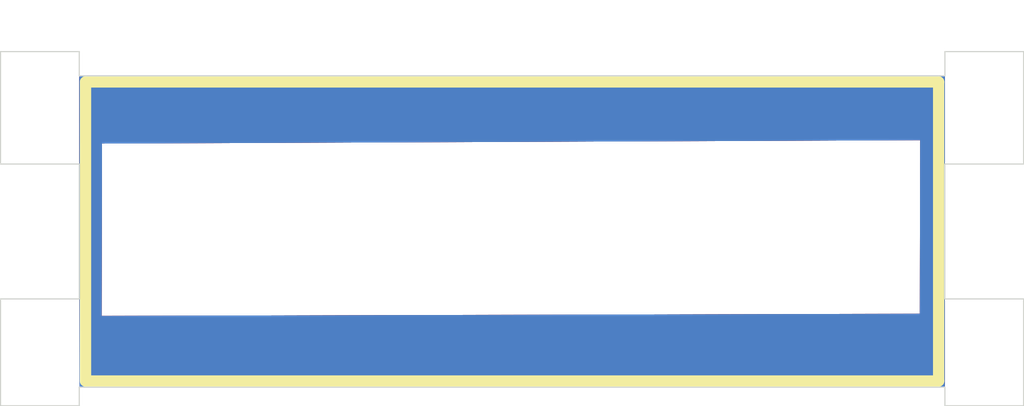
<source format=kicad_pcb>
(kicad_pcb (version 20221018) (generator pcbnew)
  (layers (0 "F.Cu" signal) (31 "B.Cu" signal) (34 "B.Paste" user) (35 "F.Paste" user) (36 "B.SilkS" user "B.Silkscreen") (37 "F.SilkS" user "F.Silkscreen") (38 "B.Mask" user) (39 "F.Mask" user) (44 "Edge.Cuts" user))
  (net 0 "")
  (footprint "TopEkoparty:Top" (layer "F.Cu") (at 150.79 92.21)
    (fp_text reference "Ref**" hide)
    (fp_text value "Val**" hide)
    (fp_line (start -37.94 -13.3) (end -37.94 13.3) (stroke (width 1)) (layer "F.SilkS"))
    (fp_line (start -37.94 13.3) (end 37.94 13.3) (stroke (width 1)) (layer "F.SilkS"))
    (fp_line (start 37.94 -13.3) (end -37.94 -13.3) (stroke (width 1)) (layer "F.SilkS"))
    (fp_line (start 37.94 13.3) (end 37.94 -13.3) (stroke (width 1)) (layer "F.SilkS"))
    (fp_line (start -45.5 -16) (end -45.5 -6) (stroke (width 0.1)) (layer "Edge.Cuts"))
    (fp_line (start -45.5 -6) (end -38.5 -6) (stroke (width 0.1)) (layer "Edge.Cuts"))
    (fp_line (start -45.5 6) (end -45.5 15.5) (stroke (width 0.1)) (layer "Edge.Cuts"))
    (fp_line (start -45.5 15.5) (end -38.5 15.5) (stroke (width 0.1)) (layer "Edge.Cuts"))
    (fp_line (start -38.500004 -16) (end -45.5 -16) (stroke (width 0.1)) (layer "Edge.Cuts"))
    (fp_line (start -38.5 -13.847379) (end -38.5 -16) (stroke (width 0.1)) (layer "Edge.Cuts"))
    (fp_line (start -38.5 -13.847379) (end 38.5 -13.847379) (stroke (width 0.1)) (layer "Edge.Cuts"))
    (fp_line (start -38.5 -6) (end -38.5 6) (stroke (width 0.1)) (layer "Edge.Cuts"))
    (fp_line (start -38.5 6) (end -45.5 6) (stroke (width 0.1)) (layer "Edge.Cuts"))
    (fp_line (start -38.5 13.847379) (end -38.5 15.5) (stroke (width 0.1)) (layer "Edge.Cuts"))
    (fp_line (start 38.5 -16) (end 38.5 -13.847379) (stroke (width 0.1)) (layer "Edge.Cuts"))
    (fp_line (start 38.5 -6) (end 45.5 -6) (stroke (width 0.1)) (layer "Edge.Cuts"))
    (fp_line (start 38.5 6) (end 38.5 -6) (stroke (width 0.1)) (layer "Edge.Cuts"))
    (fp_line (start 38.5 13.847379) (end -38.5 13.847379) (stroke (width 0.1)) (layer "Edge.Cuts"))
    (fp_line (start 38.5 13.847379) (end 38.5 15.5) (stroke (width 0.1)) (layer "Edge.Cuts"))
    (fp_line (start 38.5 15.5) (end 45.5 15.5) (stroke (width 0.1)) (layer "Edge.Cuts"))
    (fp_line (start 45.5 -16) (end 38.5 -16) (stroke (width 0.1)) (layer "Edge.Cuts"))
    (fp_line (start 45.5 -6) (end 45.5 -16) (stroke (width 0.1)) (layer "Edge.Cuts"))
    (fp_line (start 45.5 6) (end 38.5 6) (stroke (width 0.1)) (layer "Edge.Cuts"))
    (fp_line (start 45.5 15.5) (end 45.5 6) (stroke (width 0.1)) (layer "Edge.Cuts"))
  )
  (zone (net 0) (net_name "") (layers "F&B.Cu") (connect_pads (clearance 0.5)) (min_thickness 0.25) (fill yes (thermal_gap 0.5) (thermal_bridge_width 0.5) (island_removal_mode 1) (island_area_min 10))
    (polygon (pts (xy 112.29 78.36) (xy 189.29 78.36) (xy 189.28 106.06) (xy 112.31 106.06) (xy 112.31 104.55)))
  )
  (zone (net 0) (net_name "") (layers "F&B.Cu") (connect_pads (clearance 0)) (min_thickness 0.25)
    (keepout (tracks not_allowed) (vias not_allowed) (pads not_allowed) (copperpour not_allowed) (footprints allowed))
    (fill (thermal_gap 0.5) (thermal_bridge_width 0.5))
    (polygon (pts (xy 114.31 84.386724) (xy 187.09 84.086724) (xy 187.06 99.53) (xy 114.28 99.72)))
  )
  (zone (net 0) (net_name "") (layers "F&B.Cu") (connect_pads (clearance 0.5)) (min_thickness 0.25) (fill yes (thermal_gap 0.5) (thermal_bridge_width 0.5) (island_removal_mode 1) (island_area_min 10))
    (polygon (pts (xy 112.29 78.36) (xy 189.29 78.36) (xy 189.28 106.06) (xy 112.31 106.06) (xy 112.31 104.55)))
  )
)
</source>
